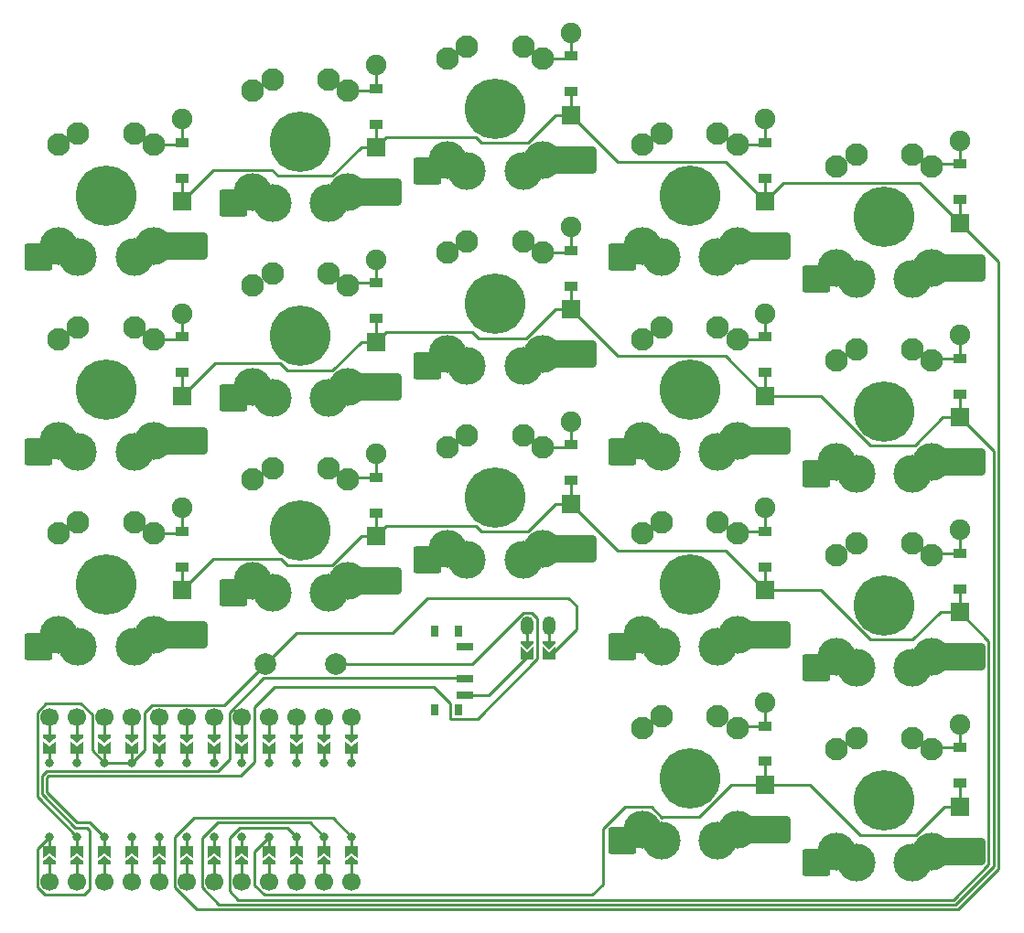
<source format=gbr>
%TF.GenerationSoftware,KiCad,Pcbnew,8.0.4*%
%TF.CreationDate,2024-08-16T23:13:00+08:00*%
%TF.ProjectId,board,626f6172-642e-46b6-9963-61645f706362,v1.0.0*%
%TF.SameCoordinates,Original*%
%TF.FileFunction,Copper,L1,Top*%
%TF.FilePolarity,Positive*%
%FSLAX46Y46*%
G04 Gerber Fmt 4.6, Leading zero omitted, Abs format (unit mm)*
G04 Created by KiCad (PCBNEW 8.0.4) date 2024-08-16 23:13:00*
%MOMM*%
%LPD*%
G01*
G04 APERTURE LIST*
G04 Aperture macros list*
%AMRoundRect*
0 Rectangle with rounded corners*
0 $1 Rounding radius*
0 $2 $3 $4 $5 $6 $7 $8 $9 X,Y pos of 4 corners*
0 Add a 4 corners polygon primitive as box body*
4,1,4,$2,$3,$4,$5,$6,$7,$8,$9,$2,$3,0*
0 Add four circle primitives for the rounded corners*
1,1,$1+$1,$2,$3*
1,1,$1+$1,$4,$5*
1,1,$1+$1,$6,$7*
1,1,$1+$1,$8,$9*
0 Add four rect primitives between the rounded corners*
20,1,$1+$1,$2,$3,$4,$5,0*
20,1,$1+$1,$4,$5,$6,$7,0*
20,1,$1+$1,$6,$7,$8,$9,0*
20,1,$1+$1,$8,$9,$2,$3,0*%
%AMFreePoly0*
4,1,6,0.250000,0.000000,-0.250000,-0.625000,-0.500000,-0.625000,-0.500000,0.625000,-0.250000,0.625000,0.250000,0.000000,0.250000,0.000000,$1*%
%AMFreePoly1*
4,1,6,0.500000,-0.625000,-0.650000,-0.625000,-0.150000,0.000000,-0.650000,0.625000,0.500000,0.625000,0.500000,-0.625000,0.500000,-0.625000,$1*%
%AMFreePoly2*
4,1,6,0.600000,-1.000000,0.000000,-0.400000,-0.600000,-1.000000,-0.600000,0.250000,0.600000,0.250000,0.600000,-1.000000,0.600000,-1.000000,$1*%
%AMFreePoly3*
4,1,6,0.600000,-0.200000,0.600000,-0.400000,-0.600000,-0.400000,-0.600000,-0.200000,0.000000,0.400000,0.600000,-0.200000,0.600000,-0.200000,$1*%
G04 Aperture macros list end*
%TA.AperFunction,SMDPad,CuDef*%
%ADD10R,0.800000X1.000000*%
%TD*%
%TA.AperFunction,SMDPad,CuDef*%
%ADD11R,1.500000X0.700000*%
%TD*%
%TA.AperFunction,ComponentPad*%
%ADD12C,2.000000*%
%TD*%
%TA.AperFunction,SMDPad,CuDef*%
%ADD13FreePoly0,270.000000*%
%TD*%
%TA.AperFunction,ComponentPad*%
%ADD14C,1.700000*%
%TD*%
%TA.AperFunction,SMDPad,CuDef*%
%ADD15FreePoly0,90.000000*%
%TD*%
%TA.AperFunction,ComponentPad*%
%ADD16C,0.800000*%
%TD*%
%TA.AperFunction,SMDPad,CuDef*%
%ADD17FreePoly1,270.000000*%
%TD*%
%TA.AperFunction,SMDPad,CuDef*%
%ADD18FreePoly1,90.000000*%
%TD*%
%TA.AperFunction,SMDPad,CuDef*%
%ADD19FreePoly2,180.000000*%
%TD*%
%TA.AperFunction,ComponentPad*%
%ADD20O,1.200000X1.750000*%
%TD*%
%TA.AperFunction,SMDPad,CuDef*%
%ADD21FreePoly3,180.000000*%
%TD*%
%TA.AperFunction,ComponentPad*%
%ADD22R,1.778000X1.778000*%
%TD*%
%TA.AperFunction,SMDPad,CuDef*%
%ADD23R,1.200000X0.900000*%
%TD*%
%TA.AperFunction,ComponentPad*%
%ADD24C,1.905000*%
%TD*%
%TA.AperFunction,ComponentPad*%
%ADD25C,3.500000*%
%TD*%
%TA.AperFunction,ComponentPad*%
%ADD26C,5.600000*%
%TD*%
%TA.AperFunction,SMDPad,CuDef*%
%ADD27RoundRect,0.250000X-1.050000X-1.000000X1.050000X-1.000000X1.050000X1.000000X-1.050000X1.000000X0*%
%TD*%
%TA.AperFunction,ComponentPad*%
%ADD28C,2.100000*%
%TD*%
%TA.AperFunction,SMDPad,CuDef*%
%ADD29RoundRect,0.250000X-1.750000X-1.000000X1.750000X-1.000000X1.750000X1.000000X-1.750000X1.000000X0*%
%TD*%
%TA.AperFunction,Conductor*%
%ADD30C,0.250000*%
%TD*%
G04 APERTURE END LIST*
D10*
%TO.P,PWR1,*%
%TO.N,*%
X207585000Y-168650000D03*
X207585000Y-161350000D03*
X205375000Y-168650000D03*
X205375000Y-161350000D03*
D11*
%TO.P,PWR1,1*%
%TO.N,N/C*%
X208235000Y-162750000D03*
%TO.P,PWR1,2*%
%TO.N,RAW*%
X208235000Y-165750000D03*
%TO.P,PWR1,3*%
%TO.N,BAT_P*%
X208235000Y-167250000D03*
%TD*%
D12*
%TO.P,RST1,1*%
%TO.N,RST*%
X196250000Y-164350000D03*
%TO.P,RST1,2*%
%TO.N,GND*%
X189750000Y-164350000D03*
%TD*%
D13*
%TO.P,MCU1,1*%
%TO.N,MCU1_1*%
X169800000Y-171450000D03*
D14*
X169800000Y-169330000D03*
D13*
%TO.P,MCU1,2*%
%TO.N,MCU1_2*%
X172340000Y-171450000D03*
D14*
X172340000Y-169330000D03*
D13*
%TO.P,MCU1,3*%
%TO.N,MCU1_3*%
X174880000Y-171450000D03*
D14*
X174880000Y-169330000D03*
D13*
%TO.P,MCU1,4*%
%TO.N,MCU1_4*%
X177420000Y-171450000D03*
D14*
X177420000Y-169330000D03*
D13*
%TO.P,MCU1,5*%
%TO.N,MCU1_5*%
X179960000Y-171450000D03*
D14*
X179960000Y-169330000D03*
D13*
%TO.P,MCU1,6*%
%TO.N,MCU1_6*%
X182500000Y-171450000D03*
D14*
X182500000Y-169330000D03*
D13*
%TO.P,MCU1,7*%
%TO.N,MCU1_7*%
X185040000Y-171450000D03*
D14*
X185040000Y-169330000D03*
D13*
%TO.P,MCU1,8*%
%TO.N,MCU1_8*%
X187580000Y-171450000D03*
D14*
X187580000Y-169330000D03*
D13*
%TO.P,MCU1,9*%
%TO.N,MCU1_9*%
X190120000Y-171450000D03*
D14*
X190120000Y-169330000D03*
D13*
%TO.P,MCU1,10*%
%TO.N,MCU1_10*%
X192660000Y-171450000D03*
D14*
X192660000Y-169330000D03*
D13*
%TO.P,MCU1,11*%
%TO.N,MCU1_11*%
X195200000Y-171450000D03*
D14*
X195200000Y-169330000D03*
D13*
%TO.P,MCU1,12*%
%TO.N,MCU1_12*%
X197740000Y-171450000D03*
D14*
X197740000Y-169330000D03*
%TO.P,MCU1,13*%
%TO.N,MCU1_13*%
X197740000Y-184570000D03*
D15*
X197740000Y-182450000D03*
D14*
%TO.P,MCU1,14*%
%TO.N,MCU1_14*%
X195200000Y-184570000D03*
D15*
X195200000Y-182450000D03*
D14*
%TO.P,MCU1,15*%
%TO.N,MCU1_15*%
X192660000Y-184570000D03*
D15*
X192660000Y-182450000D03*
D14*
%TO.P,MCU1,16*%
%TO.N,MCU1_16*%
X190120000Y-184570000D03*
D15*
X190120000Y-182450000D03*
D14*
%TO.P,MCU1,17*%
%TO.N,MCU1_17*%
X187580000Y-184570000D03*
D15*
X187580000Y-182450000D03*
D14*
%TO.P,MCU1,18*%
%TO.N,MCU1_18*%
X185040000Y-184570000D03*
D15*
X185040000Y-182450000D03*
D14*
%TO.P,MCU1,19*%
%TO.N,MCU1_19*%
X182500000Y-184570000D03*
D15*
X182500000Y-182450000D03*
D14*
%TO.P,MCU1,20*%
%TO.N,MCU1_20*%
X179960000Y-184570000D03*
D15*
X179960000Y-182450000D03*
D14*
%TO.P,MCU1,21*%
%TO.N,MCU1_21*%
X177420000Y-184570000D03*
D15*
X177420000Y-182450000D03*
D14*
%TO.P,MCU1,22*%
%TO.N,MCU1_22*%
X174880000Y-184570000D03*
D15*
X174880000Y-182450000D03*
D14*
%TO.P,MCU1,23*%
%TO.N,MCU1_23*%
X172340000Y-184570000D03*
D15*
X172340000Y-182450000D03*
D14*
%TO.P,MCU1,24*%
%TO.N,MCU1_24*%
X169800000Y-184570000D03*
D15*
X169800000Y-182450000D03*
D16*
%TO.P,MCU1,101*%
%TO.N,P1*%
X169800000Y-173550000D03*
D17*
X169800000Y-172175000D03*
D16*
%TO.P,MCU1,102*%
%TO.N,P0*%
X172340000Y-173550000D03*
D17*
X172340000Y-172175000D03*
D16*
%TO.P,MCU1,103*%
%TO.N,GND*%
X174880000Y-173550000D03*
D17*
X174880000Y-172175000D03*
D16*
%TO.P,MCU1,104*%
X177420000Y-173550000D03*
D17*
X177420000Y-172175000D03*
D16*
%TO.P,MCU1,105*%
%TO.N,P2*%
X179960000Y-173550000D03*
D17*
X179960000Y-172175000D03*
D16*
%TO.P,MCU1,106*%
%TO.N,P3*%
X182500000Y-173550000D03*
D17*
X182500000Y-172175000D03*
D16*
%TO.P,MCU1,107*%
%TO.N,P4*%
X185040000Y-173550000D03*
D17*
X185040000Y-172175000D03*
D16*
%TO.P,MCU1,108*%
%TO.N,P5*%
X187580000Y-173550000D03*
D17*
X187580000Y-172175000D03*
D16*
%TO.P,MCU1,109*%
%TO.N,P6*%
X190120000Y-173550000D03*
D17*
X190120000Y-172175000D03*
D16*
%TO.P,MCU1,110*%
%TO.N,P7*%
X192660000Y-173550000D03*
D17*
X192660000Y-172175000D03*
D16*
%TO.P,MCU1,111*%
%TO.N,P8*%
X195200000Y-173550000D03*
D17*
X195200000Y-172175000D03*
D16*
%TO.P,MCU1,112*%
%TO.N,P9*%
X197740000Y-173550000D03*
D17*
X197740000Y-172175000D03*
D18*
%TO.P,MCU1,113*%
%TO.N,P10*%
X197740000Y-181725000D03*
D16*
X197740000Y-180350000D03*
D18*
%TO.P,MCU1,114*%
%TO.N,P16*%
X195200000Y-181725000D03*
D16*
X195200000Y-180350000D03*
D18*
%TO.P,MCU1,115*%
%TO.N,P14*%
X192660000Y-181725000D03*
D16*
X192660000Y-180350000D03*
D18*
%TO.P,MCU1,116*%
%TO.N,P15*%
X190120000Y-181725000D03*
D16*
X190120000Y-180350000D03*
D18*
%TO.P,MCU1,117*%
%TO.N,P18*%
X187580000Y-181725000D03*
D16*
X187580000Y-180350000D03*
D18*
%TO.P,MCU1,118*%
%TO.N,P19*%
X185040000Y-181725000D03*
D16*
X185040000Y-180350000D03*
D18*
%TO.P,MCU1,119*%
%TO.N,P20*%
X182500000Y-181725000D03*
D16*
X182500000Y-180350000D03*
D18*
%TO.P,MCU1,120*%
%TO.N,P21*%
X179960000Y-181725000D03*
D16*
X179960000Y-180350000D03*
D18*
%TO.P,MCU1,121*%
%TO.N,VCC*%
X177420000Y-181725000D03*
D16*
X177420000Y-180350000D03*
D18*
%TO.P,MCU1,122*%
%TO.N,RST*%
X174880000Y-181725000D03*
D16*
X174880000Y-180350000D03*
D18*
%TO.P,MCU1,123*%
%TO.N,GND*%
X172340000Y-181725000D03*
D16*
X172340000Y-180350000D03*
D18*
%TO.P,MCU1,124*%
%TO.N,RAW*%
X169800000Y-181725000D03*
D16*
X169800000Y-180350000D03*
%TD*%
D19*
%TO.P,JST1,1*%
%TO.N,BAT_P*%
X214000000Y-163666000D03*
%TO.P,JST1,2*%
%TO.N,GND*%
X216000000Y-163666000D03*
D20*
%TO.P,JST1,11*%
%TO.N,JST1_1*%
X214000000Y-160850000D03*
%TO.P,JST1,12*%
%TO.N,JST1_2*%
X216000000Y-160850000D03*
D21*
%TO.P,JST1,21*%
%TO.N,JST1_1*%
X214000000Y-162650000D03*
%TO.P,JST1,22*%
%TO.N,JST1_2*%
X216000000Y-162650000D03*
%TD*%
D22*
%TO.P,D8,1*%
%TO.N,P16*%
X218000000Y-131560000D03*
D23*
X218000000Y-129400000D03*
%TO.P,D8,2*%
%TO.N,middle_home*%
X218000000Y-126100000D03*
D24*
X218000000Y-123940000D03*
%TD*%
D22*
%TO.P,D13,1*%
%TO.N,P10*%
X236000000Y-121560000D03*
D23*
X236000000Y-119400000D03*
%TO.P,D13,2*%
%TO.N,index_top*%
X236000000Y-116100000D03*
D24*
X236000000Y-113940000D03*
%TD*%
D25*
%TO.P,S12,*%
%TO.N,P5*%
X226400000Y-144750000D03*
D26*
%TO.N,*%
X229000000Y-139000000D03*
D25*
%TO.N,index_home*%
X231600000Y-144750000D03*
D27*
%TO.P,S12,1*%
%TO.N,P5*%
X222750000Y-144750000D03*
D28*
X224600000Y-134300000D03*
D25*
X224600000Y-143700000D03*
D28*
X226400000Y-133250000D03*
%TO.P,S12,2*%
%TO.N,index_home*%
X231600000Y-133250000D03*
X233400000Y-134300000D03*
D25*
X233400000Y-143700000D03*
D29*
X236350000Y-143700000D03*
%TD*%
D25*
%TO.P,S14,*%
%TO.N,P6*%
X244400000Y-182750000D03*
D26*
%TO.N,*%
X247000000Y-177000000D03*
D25*
%TO.N,inner_thumb*%
X249600000Y-182750000D03*
D27*
%TO.P,S14,1*%
%TO.N,P6*%
X240750000Y-182750000D03*
D28*
X242600000Y-172300000D03*
D25*
X242600000Y-181700000D03*
D28*
X244400000Y-171250000D03*
%TO.P,S14,2*%
%TO.N,inner_thumb*%
X249600000Y-171250000D03*
X251400000Y-172300000D03*
D25*
X251400000Y-181700000D03*
D29*
X254350000Y-181700000D03*
%TD*%
D25*
%TO.P,S15,*%
%TO.N,P6*%
X244400000Y-164750000D03*
D26*
%TO.N,*%
X247000000Y-159000000D03*
D25*
%TO.N,inner_bottom*%
X249600000Y-164750000D03*
D27*
%TO.P,S15,1*%
%TO.N,P6*%
X240750000Y-164750000D03*
D28*
X242600000Y-154300000D03*
D25*
X242600000Y-163700000D03*
D28*
X244400000Y-153250000D03*
%TO.P,S15,2*%
%TO.N,inner_bottom*%
X249600000Y-153250000D03*
X251400000Y-154300000D03*
D25*
X251400000Y-163700000D03*
D29*
X254350000Y-163700000D03*
%TD*%
D22*
%TO.P,D16,1*%
%TO.N,P16*%
X254000000Y-141560000D03*
D23*
X254000000Y-139400000D03*
%TO.P,D16,2*%
%TO.N,inner_home*%
X254000000Y-136100000D03*
D24*
X254000000Y-133940000D03*
%TD*%
D25*
%TO.P,S8,*%
%TO.N,P4*%
X208400000Y-136750000D03*
D26*
%TO.N,*%
X211000000Y-131000000D03*
D25*
%TO.N,middle_home*%
X213600000Y-136750000D03*
D27*
%TO.P,S8,1*%
%TO.N,P4*%
X204750000Y-136750000D03*
D28*
X206600000Y-126300000D03*
D25*
X206600000Y-135700000D03*
D28*
X208400000Y-125250000D03*
%TO.P,S8,2*%
%TO.N,middle_home*%
X213600000Y-125250000D03*
X215400000Y-126300000D03*
D25*
X215400000Y-135700000D03*
D29*
X218350000Y-135700000D03*
%TD*%
D25*
%TO.P,S17,*%
%TO.N,P6*%
X244400000Y-128750000D03*
D26*
%TO.N,*%
X247000000Y-123000000D03*
D25*
%TO.N,inner_top*%
X249600000Y-128750000D03*
D27*
%TO.P,S17,1*%
%TO.N,P6*%
X240750000Y-128750000D03*
D28*
X242600000Y-118300000D03*
D25*
X242600000Y-127700000D03*
D28*
X244400000Y-117250000D03*
%TO.P,S17,2*%
%TO.N,inner_top*%
X249600000Y-117250000D03*
X251400000Y-118300000D03*
D25*
X251400000Y-127700000D03*
D29*
X254350000Y-127700000D03*
%TD*%
D22*
%TO.P,D11,1*%
%TO.N,P14*%
X236000000Y-157560000D03*
D23*
X236000000Y-155400000D03*
%TO.P,D11,2*%
%TO.N,index_bottom*%
X236000000Y-152100000D03*
D24*
X236000000Y-149940000D03*
%TD*%
D25*
%TO.P,S5,*%
%TO.N,P3*%
X190400000Y-139750000D03*
D26*
%TO.N,*%
X193000000Y-134000000D03*
D25*
%TO.N,ring_home*%
X195600000Y-139750000D03*
D27*
%TO.P,S5,1*%
%TO.N,P3*%
X186750000Y-139750000D03*
D28*
X188600000Y-129300000D03*
D25*
X188600000Y-138700000D03*
D28*
X190400000Y-128250000D03*
%TO.P,S5,2*%
%TO.N,ring_home*%
X195600000Y-128250000D03*
X197400000Y-129300000D03*
D25*
X197400000Y-138700000D03*
D29*
X200350000Y-138700000D03*
%TD*%
D25*
%TO.P,S9,*%
%TO.N,P4*%
X208400000Y-118750000D03*
D26*
%TO.N,*%
X211000000Y-113000000D03*
D25*
%TO.N,middle_top*%
X213600000Y-118750000D03*
D27*
%TO.P,S9,1*%
%TO.N,P4*%
X204750000Y-118750000D03*
D28*
X206600000Y-108300000D03*
D25*
X206600000Y-117700000D03*
D28*
X208400000Y-107250000D03*
%TO.P,S9,2*%
%TO.N,middle_top*%
X213600000Y-107250000D03*
X215400000Y-108300000D03*
D25*
X215400000Y-117700000D03*
D29*
X218350000Y-117700000D03*
%TD*%
D22*
%TO.P,D12,1*%
%TO.N,P16*%
X236000000Y-139560000D03*
D23*
X236000000Y-137400000D03*
%TO.P,D12,2*%
%TO.N,index_home*%
X236000000Y-134100000D03*
D24*
X236000000Y-131940000D03*
%TD*%
D22*
%TO.P,D2,1*%
%TO.N,P16*%
X182000000Y-139560000D03*
D23*
X182000000Y-137400000D03*
%TO.P,D2,2*%
%TO.N,pinky_home*%
X182000000Y-134100000D03*
D24*
X182000000Y-131940000D03*
%TD*%
D22*
%TO.P,D7,1*%
%TO.N,P14*%
X218000000Y-149560000D03*
D23*
X218000000Y-147400000D03*
%TO.P,D7,2*%
%TO.N,middle_bottom*%
X218000000Y-144100000D03*
D24*
X218000000Y-141940000D03*
%TD*%
D25*
%TO.P,S3,*%
%TO.N,P2*%
X172400000Y-126750000D03*
D26*
%TO.N,*%
X175000000Y-121000000D03*
D25*
%TO.N,pinky_top*%
X177600000Y-126750000D03*
D27*
%TO.P,S3,1*%
%TO.N,P2*%
X168750000Y-126750000D03*
D28*
X170600000Y-116300000D03*
D25*
X170600000Y-125700000D03*
D28*
X172400000Y-115250000D03*
%TO.P,S3,2*%
%TO.N,pinky_top*%
X177600000Y-115250000D03*
X179400000Y-116300000D03*
D25*
X179400000Y-125700000D03*
D29*
X182350000Y-125700000D03*
%TD*%
D22*
%TO.P,D17,1*%
%TO.N,P10*%
X254000000Y-123560000D03*
D23*
X254000000Y-121400000D03*
%TO.P,D17,2*%
%TO.N,inner_top*%
X254000000Y-118100000D03*
D24*
X254000000Y-115940000D03*
%TD*%
D22*
%TO.P,D4,1*%
%TO.N,P14*%
X200000000Y-152560000D03*
D23*
X200000000Y-150400000D03*
%TO.P,D4,2*%
%TO.N,ring_bottom*%
X200000000Y-147100000D03*
D24*
X200000000Y-144940000D03*
%TD*%
D22*
%TO.P,D1,1*%
%TO.N,P14*%
X182000000Y-157560000D03*
D23*
X182000000Y-155400000D03*
%TO.P,D1,2*%
%TO.N,pinky_bottom*%
X182000000Y-152100000D03*
D24*
X182000000Y-149940000D03*
%TD*%
D22*
%TO.P,D9,1*%
%TO.N,P10*%
X218000000Y-113560000D03*
D23*
X218000000Y-111400000D03*
%TO.P,D9,2*%
%TO.N,middle_top*%
X218000000Y-108100000D03*
D24*
X218000000Y-105940000D03*
%TD*%
D25*
%TO.P,S2,*%
%TO.N,P2*%
X172400000Y-144750000D03*
D26*
%TO.N,*%
X175000000Y-139000000D03*
D25*
%TO.N,pinky_home*%
X177600000Y-144750000D03*
D27*
%TO.P,S2,1*%
%TO.N,P2*%
X168750000Y-144750000D03*
D28*
X170600000Y-134300000D03*
D25*
X170600000Y-143700000D03*
D28*
X172400000Y-133250000D03*
%TO.P,S2,2*%
%TO.N,pinky_home*%
X177600000Y-133250000D03*
X179400000Y-134300000D03*
D25*
X179400000Y-143700000D03*
D29*
X182350000Y-143700000D03*
%TD*%
D22*
%TO.P,D3,1*%
%TO.N,P10*%
X182000000Y-121560000D03*
D23*
X182000000Y-119400000D03*
%TO.P,D3,2*%
%TO.N,pinky_top*%
X182000000Y-116100000D03*
D24*
X182000000Y-113940000D03*
%TD*%
D22*
%TO.P,D6,1*%
%TO.N,P10*%
X200000000Y-116560000D03*
D23*
X200000000Y-114400000D03*
%TO.P,D6,2*%
%TO.N,ring_top*%
X200000000Y-111100000D03*
D24*
X200000000Y-108940000D03*
%TD*%
D25*
%TO.P,S13,*%
%TO.N,P5*%
X226400000Y-126750000D03*
D26*
%TO.N,*%
X229000000Y-121000000D03*
D25*
%TO.N,index_top*%
X231600000Y-126750000D03*
D27*
%TO.P,S13,1*%
%TO.N,P5*%
X222750000Y-126750000D03*
D28*
X224600000Y-116300000D03*
D25*
X224600000Y-125700000D03*
D28*
X226400000Y-115250000D03*
%TO.P,S13,2*%
%TO.N,index_top*%
X231600000Y-115250000D03*
X233400000Y-116300000D03*
D25*
X233400000Y-125700000D03*
D29*
X236350000Y-125700000D03*
%TD*%
D22*
%TO.P,D10,1*%
%TO.N,P15*%
X236000000Y-175560000D03*
D23*
X236000000Y-173400000D03*
%TO.P,D10,2*%
%TO.N,index_thumb*%
X236000000Y-170100000D03*
D24*
X236000000Y-167940000D03*
%TD*%
D25*
%TO.P,S10,*%
%TO.N,P5*%
X226400000Y-180750000D03*
D26*
%TO.N,*%
X229000000Y-175000000D03*
D25*
%TO.N,index_thumb*%
X231600000Y-180750000D03*
D27*
%TO.P,S10,1*%
%TO.N,P5*%
X222750000Y-180750000D03*
D28*
X224600000Y-170300000D03*
D25*
X224600000Y-179700000D03*
D28*
X226400000Y-169250000D03*
%TO.P,S10,2*%
%TO.N,index_thumb*%
X231600000Y-169250000D03*
X233400000Y-170300000D03*
D25*
X233400000Y-179700000D03*
D29*
X236350000Y-179700000D03*
%TD*%
D25*
%TO.P,S11,*%
%TO.N,P5*%
X226400000Y-162750000D03*
D26*
%TO.N,*%
X229000000Y-157000000D03*
D25*
%TO.N,index_bottom*%
X231600000Y-162750000D03*
D27*
%TO.P,S11,1*%
%TO.N,P5*%
X222750000Y-162750000D03*
D28*
X224600000Y-152300000D03*
D25*
X224600000Y-161700000D03*
D28*
X226400000Y-151250000D03*
%TO.P,S11,2*%
%TO.N,index_bottom*%
X231600000Y-151250000D03*
X233400000Y-152300000D03*
D25*
X233400000Y-161700000D03*
D29*
X236350000Y-161700000D03*
%TD*%
D25*
%TO.P,S16,*%
%TO.N,P6*%
X244400000Y-146750000D03*
D26*
%TO.N,*%
X247000000Y-141000000D03*
D25*
%TO.N,inner_home*%
X249600000Y-146750000D03*
D27*
%TO.P,S16,1*%
%TO.N,P6*%
X240750000Y-146750000D03*
D28*
X242600000Y-136300000D03*
D25*
X242600000Y-145700000D03*
D28*
X244400000Y-135250000D03*
%TO.P,S16,2*%
%TO.N,inner_home*%
X249600000Y-135250000D03*
X251400000Y-136300000D03*
D25*
X251400000Y-145700000D03*
D29*
X254350000Y-145700000D03*
%TD*%
D25*
%TO.P,S4,*%
%TO.N,P3*%
X190400000Y-157750000D03*
D26*
%TO.N,*%
X193000000Y-152000000D03*
D25*
%TO.N,ring_bottom*%
X195600000Y-157750000D03*
D27*
%TO.P,S4,1*%
%TO.N,P3*%
X186750000Y-157750000D03*
D28*
X188600000Y-147300000D03*
D25*
X188600000Y-156700000D03*
D28*
X190400000Y-146250000D03*
%TO.P,S4,2*%
%TO.N,ring_bottom*%
X195600000Y-146250000D03*
X197400000Y-147300000D03*
D25*
X197400000Y-156700000D03*
D29*
X200350000Y-156700000D03*
%TD*%
D22*
%TO.P,D14,1*%
%TO.N,P15*%
X254000000Y-177560000D03*
D23*
X254000000Y-175400000D03*
%TO.P,D14,2*%
%TO.N,inner_thumb*%
X254000000Y-172100000D03*
D24*
X254000000Y-169940000D03*
%TD*%
D25*
%TO.P,S7,*%
%TO.N,P4*%
X208400000Y-154750000D03*
D26*
%TO.N,*%
X211000000Y-149000000D03*
D25*
%TO.N,middle_bottom*%
X213600000Y-154750000D03*
D27*
%TO.P,S7,1*%
%TO.N,P4*%
X204750000Y-154750000D03*
D28*
X206600000Y-144300000D03*
D25*
X206600000Y-153700000D03*
D28*
X208400000Y-143250000D03*
%TO.P,S7,2*%
%TO.N,middle_bottom*%
X213600000Y-143250000D03*
X215400000Y-144300000D03*
D25*
X215400000Y-153700000D03*
D29*
X218350000Y-153700000D03*
%TD*%
D22*
%TO.P,D15,1*%
%TO.N,P14*%
X254000000Y-159560000D03*
D23*
X254000000Y-157400000D03*
%TO.P,D15,2*%
%TO.N,inner_bottom*%
X254000000Y-154100000D03*
D24*
X254000000Y-151940000D03*
%TD*%
D25*
%TO.P,S6,*%
%TO.N,P3*%
X190400000Y-121750000D03*
D26*
%TO.N,*%
X193000000Y-116000000D03*
D25*
%TO.N,ring_top*%
X195600000Y-121750000D03*
D27*
%TO.P,S6,1*%
%TO.N,P3*%
X186750000Y-121750000D03*
D28*
X188600000Y-111300000D03*
D25*
X188600000Y-120700000D03*
D28*
X190400000Y-110250000D03*
%TO.P,S6,2*%
%TO.N,ring_top*%
X195600000Y-110250000D03*
X197400000Y-111300000D03*
D25*
X197400000Y-120700000D03*
D29*
X200350000Y-120700000D03*
%TD*%
D22*
%TO.P,D5,1*%
%TO.N,P16*%
X200000000Y-134560000D03*
D23*
X200000000Y-132400000D03*
%TO.P,D5,2*%
%TO.N,ring_home*%
X200000000Y-129100000D03*
D24*
X200000000Y-126940000D03*
%TD*%
D25*
%TO.P,S1,*%
%TO.N,P2*%
X172400000Y-162750000D03*
D26*
%TO.N,*%
X175000000Y-157000000D03*
D25*
%TO.N,pinky_bottom*%
X177600000Y-162750000D03*
D27*
%TO.P,S1,1*%
%TO.N,P2*%
X168750000Y-162750000D03*
D28*
X170600000Y-152300000D03*
D25*
X170600000Y-161700000D03*
D28*
X172400000Y-151250000D03*
%TO.P,S1,2*%
%TO.N,pinky_bottom*%
X177600000Y-151250000D03*
X179400000Y-152300000D03*
D25*
X179400000Y-161700000D03*
D29*
X182350000Y-161700000D03*
%TD*%
D30*
%TO.N,RST*%
X196250000Y-164350000D02*
X208916852Y-164350000D01*
X214925000Y-163916270D02*
X209366270Y-169475000D01*
X206860000Y-169475000D02*
X206860000Y-168051726D01*
X206860000Y-168051726D02*
X205308274Y-166500000D01*
X169525000Y-176262208D02*
X172262792Y-179000000D01*
X208916852Y-164350000D02*
X213616852Y-159650000D01*
X214383148Y-159650000D02*
X214925000Y-160191852D01*
X169525000Y-174861396D02*
X169525000Y-176262208D01*
X190625000Y-166500000D02*
X188755000Y-168370000D01*
X214925000Y-160191852D02*
X214925000Y-163916270D01*
X209366270Y-169475000D02*
X206860000Y-169475000D01*
X213616852Y-159650000D02*
X214383148Y-159650000D01*
X188755000Y-169816701D02*
X188750000Y-169821701D01*
X205308274Y-166500000D02*
X190625000Y-166500000D01*
X188755000Y-168370000D02*
X188755000Y-169816701D01*
X188750000Y-173405305D02*
X187430305Y-174725000D01*
X188750000Y-169821701D02*
X188750000Y-173405305D01*
X187430305Y-174725000D02*
X169661396Y-174725000D01*
X169661396Y-174725000D02*
X169525000Y-174861396D01*
X172262792Y-179000000D02*
X173530000Y-179000000D01*
X173530000Y-179000000D02*
X174880000Y-180350000D01*
%TO.N,P15*%
X229919418Y-178500000D02*
X226500000Y-178500000D01*
X232859418Y-175560000D02*
X229919418Y-178500000D01*
X223004900Y-177625000D02*
X221000000Y-179629900D01*
X188755000Y-181715000D02*
X190120000Y-180350000D01*
X226500000Y-178500000D02*
X226417247Y-178582753D01*
X226417247Y-178582753D02*
X225459494Y-177625000D01*
X225459494Y-177625000D02*
X223004900Y-177625000D01*
X221000000Y-184750000D02*
X220005000Y-185745000D01*
X221000000Y-179629900D02*
X221000000Y-184750000D01*
X236000000Y-175560000D02*
X232859418Y-175560000D01*
X188755000Y-184866701D02*
X188755000Y-181715000D01*
X220005000Y-185745000D02*
X189633299Y-185745000D01*
X189633299Y-185745000D02*
X188755000Y-184866701D01*
%TO.N,P2*%
X179960000Y-172175000D02*
X179960000Y-173550000D01*
%TO.N,pinky_bottom*%
X179400000Y-152300000D02*
X181800000Y-152300000D01*
X182000000Y-152100000D02*
X182000000Y-149940000D01*
X181800000Y-152300000D02*
X182000000Y-152100000D01*
%TO.N,GND*%
X168625000Y-176635000D02*
X172340000Y-180350000D01*
X177420000Y-172175000D02*
X177420000Y-173550000D01*
X174880000Y-172175000D02*
X174880000Y-173550000D01*
X179283299Y-168155000D02*
X178595000Y-168843299D01*
X178595000Y-172375000D02*
X177420000Y-173550000D01*
X169468299Y-168000000D02*
X168625000Y-168843299D01*
X189750000Y-164350000D02*
X185945000Y-168155000D01*
X177420000Y-173550000D02*
X174880000Y-173550000D01*
X185945000Y-168155000D02*
X179283299Y-168155000D01*
X173705000Y-172375000D02*
X173705000Y-169033299D01*
X168625000Y-168843299D02*
X168625000Y-176635000D01*
X204750000Y-158250000D02*
X201500000Y-161500000D01*
X172671701Y-168000000D02*
X169468299Y-168000000D01*
X178595000Y-168843299D02*
X178595000Y-172375000D01*
X218500000Y-161166000D02*
X218500000Y-159000000D01*
X172340000Y-181725000D02*
X172340000Y-180350000D01*
X192600000Y-161500000D02*
X189750000Y-164350000D01*
X217750000Y-158250000D02*
X204750000Y-158250000D01*
X201500000Y-161500000D02*
X192600000Y-161500000D01*
X174880000Y-173550000D02*
X173705000Y-172375000D01*
X216000000Y-163666000D02*
X218500000Y-161166000D01*
X173705000Y-169033299D02*
X172671701Y-168000000D01*
X218500000Y-159000000D02*
X217750000Y-158250000D01*
%TO.N,pinky_home*%
X181800000Y-134300000D02*
X182000000Y-134100000D01*
X182000000Y-131940000D02*
X182000000Y-134100000D01*
X179400000Y-134300000D02*
X181800000Y-134300000D01*
%TO.N,pinky_top*%
X181800000Y-116300000D02*
X182000000Y-116100000D01*
X182000000Y-113940000D02*
X182000000Y-116100000D01*
X179400000Y-116300000D02*
X181800000Y-116300000D01*
%TO.N,P3*%
X182500000Y-172175000D02*
X182500000Y-173550000D01*
%TO.N,ring_bottom*%
X200000000Y-147100000D02*
X197600000Y-147100000D01*
X197600000Y-147100000D02*
X197400000Y-147300000D01*
X200000000Y-144940000D02*
X200000000Y-147100000D01*
%TO.N,ring_home*%
X197600000Y-129100000D02*
X197400000Y-129300000D01*
X200000000Y-126940000D02*
X200000000Y-129100000D01*
X200000000Y-129100000D02*
X197600000Y-129100000D01*
%TO.N,ring_top*%
X200000000Y-108940000D02*
X200000000Y-111100000D01*
X197400000Y-111300000D02*
X199800000Y-111300000D01*
X199800000Y-111300000D02*
X200000000Y-111100000D01*
%TO.N,P4*%
X185040000Y-172175000D02*
X185040000Y-173550000D01*
%TO.N,middle_bottom*%
X218000000Y-144100000D02*
X218000000Y-141940000D01*
X217800000Y-144300000D02*
X218000000Y-144100000D01*
X215400000Y-144300000D02*
X217800000Y-144300000D01*
%TO.N,middle_home*%
X217800000Y-126300000D02*
X218000000Y-126100000D01*
X218000000Y-123940000D02*
X218000000Y-126100000D01*
X215400000Y-126300000D02*
X217800000Y-126300000D01*
%TO.N,middle_top*%
X218000000Y-108100000D02*
X218000000Y-105940000D01*
X215400000Y-108300000D02*
X217800000Y-108300000D01*
X217800000Y-108300000D02*
X218000000Y-108100000D01*
%TO.N,P5*%
X187580000Y-172175000D02*
X187580000Y-173550000D01*
%TO.N,index_thumb*%
X233600000Y-170100000D02*
X233400000Y-170300000D01*
X236000000Y-170100000D02*
X233600000Y-170100000D01*
X236000000Y-167940000D02*
X236000000Y-170100000D01*
%TO.N,index_bottom*%
X233600000Y-152100000D02*
X233400000Y-152300000D01*
X236000000Y-152100000D02*
X236000000Y-149940000D01*
X236000000Y-152100000D02*
X233600000Y-152100000D01*
%TO.N,index_home*%
X233400000Y-134300000D02*
X235800000Y-134300000D01*
X236000000Y-131940000D02*
X236000000Y-134100000D01*
X235800000Y-134300000D02*
X236000000Y-134100000D01*
%TO.N,index_top*%
X233400000Y-116300000D02*
X235800000Y-116300000D01*
X235800000Y-116300000D02*
X236000000Y-116100000D01*
X236000000Y-113940000D02*
X236000000Y-116100000D01*
%TO.N,P6*%
X190120000Y-172175000D02*
X190120000Y-173550000D01*
%TO.N,inner_thumb*%
X254000000Y-172100000D02*
X254000000Y-169940000D01*
X254000000Y-172100000D02*
X251600000Y-172100000D01*
X251600000Y-172100000D02*
X251400000Y-172300000D01*
%TO.N,inner_bottom*%
X251600000Y-154100000D02*
X251400000Y-154300000D01*
X254000000Y-154100000D02*
X254000000Y-151940000D01*
X254000000Y-154100000D02*
X251600000Y-154100000D01*
%TO.N,inner_home*%
X251600000Y-136100000D02*
X251400000Y-136300000D01*
X254000000Y-136100000D02*
X251600000Y-136100000D01*
X254000000Y-136100000D02*
X254000000Y-133940000D01*
%TO.N,inner_top*%
X254000000Y-118100000D02*
X251600000Y-118100000D01*
X254000000Y-118100000D02*
X254000000Y-115940000D01*
X251600000Y-118100000D02*
X251400000Y-118300000D01*
%TO.N,P14*%
X253425100Y-186195000D02*
X187194999Y-186195000D01*
X191810000Y-179500000D02*
X192660000Y-180350000D01*
X198605506Y-152560000D02*
X200000000Y-152560000D01*
X187404695Y-179500000D02*
X191810000Y-179500000D01*
X254000000Y-159560000D02*
X256675000Y-162235000D01*
X186405000Y-185405001D02*
X186405000Y-180499695D01*
X236000000Y-157560000D02*
X241140582Y-157560000D01*
X186405000Y-180499695D02*
X187404695Y-179500000D01*
X184935000Y-154625000D02*
X191205582Y-154625000D01*
X218000000Y-149560000D02*
X218000000Y-147400000D01*
X182000000Y-157560000D02*
X182000000Y-155400000D01*
X191788335Y-155207753D02*
X195957753Y-155207753D01*
X200000000Y-152560000D02*
X200935000Y-151625000D01*
X222315000Y-153875000D02*
X232315000Y-153875000D01*
X209705582Y-152125000D02*
X214040506Y-152125000D01*
X192660000Y-181725000D02*
X192660000Y-180350000D01*
X195957753Y-155207753D02*
X198605506Y-152560000D01*
X254000000Y-157400000D02*
X254000000Y-159560000D01*
X256675000Y-162235000D02*
X256675000Y-182945100D01*
X187194999Y-186195000D02*
X186405000Y-185405001D01*
X200935000Y-151625000D02*
X209205582Y-151625000D01*
X191205582Y-154625000D02*
X191788335Y-155207753D01*
X182000000Y-157560000D02*
X184935000Y-154625000D01*
X249625000Y-162125000D02*
X252190000Y-159560000D01*
X209205582Y-151625000D02*
X209705582Y-152125000D01*
X200000000Y-152560000D02*
X200000000Y-150400000D01*
X256675000Y-182945100D02*
X253425100Y-186195000D01*
X236000000Y-155400000D02*
X236000000Y-157560000D01*
X232315000Y-153875000D02*
X236000000Y-157560000D01*
X214040506Y-152125000D02*
X216605506Y-149560000D01*
X245705582Y-162125000D02*
X249625000Y-162125000D01*
X216605506Y-149560000D02*
X218000000Y-149560000D01*
X252190000Y-159560000D02*
X254000000Y-159560000D01*
X241140582Y-157560000D02*
X245705582Y-162125000D01*
X218000000Y-149560000D02*
X222315000Y-153875000D01*
%TO.N,P16*%
X232315000Y-135875000D02*
X236000000Y-139560000D01*
X198605506Y-134560000D02*
X200000000Y-134560000D01*
X200000000Y-132400000D02*
X200000000Y-134560000D01*
X182000000Y-139560000D02*
X185060000Y-136500000D01*
X193900000Y-179050000D02*
X195200000Y-180350000D01*
X200000000Y-134560000D02*
X200935000Y-133625000D01*
X222315000Y-135875000D02*
X232315000Y-135875000D01*
X241140582Y-139560000D02*
X245705582Y-144125000D01*
X191788335Y-137207753D02*
X195957753Y-137207753D01*
X208875000Y-133625000D02*
X209500000Y-134250000D01*
X182000000Y-139560000D02*
X182000000Y-137400000D01*
X245705582Y-144125000D02*
X249875000Y-144125000D01*
X216605506Y-131560000D02*
X218000000Y-131560000D01*
X218000000Y-131560000D02*
X222315000Y-135875000D01*
X185060000Y-136500000D02*
X191080582Y-136500000D01*
X252440000Y-141560000D02*
X254000000Y-141560000D01*
X195957753Y-137207753D02*
X198605506Y-134560000D01*
X209500000Y-134250000D02*
X213915506Y-134250000D01*
X236000000Y-137400000D02*
X236000000Y-139560000D01*
X218000000Y-131560000D02*
X218000000Y-129400000D01*
X191080582Y-136500000D02*
X191788335Y-137207753D01*
X213915506Y-134250000D02*
X216605506Y-131560000D01*
X185314695Y-179050000D02*
X193900000Y-179050000D01*
X183865000Y-185056701D02*
X183865000Y-180499695D01*
X183865000Y-180499695D02*
X185314695Y-179050000D01*
X195200000Y-181725000D02*
X195200000Y-180350000D01*
X254000000Y-141560000D02*
X257125000Y-144685000D01*
X257125000Y-144685000D02*
X257125000Y-183131496D01*
X257125000Y-183131496D02*
X253611496Y-186645000D01*
X200935000Y-133625000D02*
X208875000Y-133625000D01*
X236000000Y-139560000D02*
X241140582Y-139560000D01*
X254000000Y-139400000D02*
X254000000Y-141560000D01*
X253611496Y-186645000D02*
X185453299Y-186645000D01*
X185453299Y-186645000D02*
X183865000Y-185056701D01*
X249875000Y-144125000D02*
X252440000Y-141560000D01*
%TO.N,P10*%
X216605506Y-113560000D02*
X218000000Y-113560000D01*
X214040506Y-116125000D02*
X216605506Y-113560000D01*
X200000000Y-116560000D02*
X200000000Y-114400000D01*
X195990000Y-178600000D02*
X197740000Y-180350000D01*
X190957753Y-119207753D02*
X195957753Y-119207753D01*
X237685000Y-119875000D02*
X250315000Y-119875000D01*
X209205582Y-115625000D02*
X209705582Y-116125000D01*
X236000000Y-119400000D02*
X236000000Y-121560000D01*
X257575000Y-183317892D02*
X253797892Y-187095000D01*
X218000000Y-113560000D02*
X218000000Y-111400000D01*
X197740000Y-181725000D02*
X197740000Y-180350000D01*
X200000000Y-116560000D02*
X200935000Y-115625000D01*
X195957753Y-119207753D02*
X198605506Y-116560000D01*
X253797892Y-187095000D02*
X183363299Y-187095000D01*
X218000000Y-113560000D02*
X222315000Y-117875000D01*
X200935000Y-115625000D02*
X209205582Y-115625000D01*
X181325000Y-185056701D02*
X181325000Y-180425000D01*
X183363299Y-187095000D02*
X181325000Y-185056701D01*
X198605506Y-116560000D02*
X200000000Y-116560000D01*
X222315000Y-117875000D02*
X232315000Y-117875000D01*
X182000000Y-121560000D02*
X184935000Y-118625000D01*
X183150000Y-178600000D02*
X195990000Y-178600000D01*
X254000000Y-123560000D02*
X257575000Y-127135000D01*
X184935000Y-118625000D02*
X190375000Y-118625000D01*
X182000000Y-119400000D02*
X182000000Y-121560000D01*
X257575000Y-127135000D02*
X257575000Y-183317892D01*
X232315000Y-117875000D02*
X236000000Y-121560000D01*
X254000000Y-121400000D02*
X254000000Y-123560000D01*
X250315000Y-119875000D02*
X254000000Y-123560000D01*
X190375000Y-118625000D02*
X190957753Y-119207753D01*
X236000000Y-121560000D02*
X237685000Y-119875000D01*
X209705582Y-116125000D02*
X214040506Y-116125000D01*
X181325000Y-180425000D02*
X183150000Y-178600000D01*
%TO.N,P15*%
X236000000Y-175560000D02*
X236000000Y-173400000D01*
X249957753Y-180207753D02*
X252605506Y-177560000D01*
X244792247Y-180207753D02*
X249957753Y-180207753D01*
X254000000Y-177560000D02*
X254000000Y-175400000D01*
X240144494Y-175560000D02*
X244792247Y-180207753D01*
X236000000Y-175560000D02*
X240144494Y-175560000D01*
X252605506Y-177560000D02*
X254000000Y-177560000D01*
X190120000Y-181725000D02*
X190120000Y-180350000D01*
%TO.N,RAW*%
X185340305Y-174275000D02*
X175775000Y-174275000D01*
X173515000Y-179765000D02*
X173515000Y-185235000D01*
X186405000Y-173210305D02*
X185340305Y-174275000D01*
X168625000Y-185056701D02*
X168625000Y-181525000D01*
X175750000Y-174250000D02*
X175725000Y-174275000D01*
X189573299Y-165675000D02*
X186405000Y-168843299D01*
X175775000Y-174275000D02*
X175750000Y-174250000D01*
X169075000Y-176448604D02*
X172126396Y-179500000D01*
X169313299Y-185745000D02*
X168625000Y-185056701D01*
X173515000Y-185235000D02*
X173005000Y-185745000D01*
X208160000Y-165675000D02*
X189573299Y-165675000D01*
X175725000Y-174275000D02*
X169475000Y-174275000D01*
X186405000Y-168843299D02*
X186405000Y-173210305D01*
X173005000Y-185745000D02*
X169313299Y-185745000D01*
X169475000Y-174275000D02*
X169075000Y-174675000D01*
X172126396Y-179500000D02*
X173250000Y-179500000D01*
X173250000Y-179500000D02*
X173515000Y-179765000D01*
X169075000Y-174675000D02*
X169075000Y-176448604D01*
X169800000Y-181725000D02*
X169800000Y-180350000D01*
X168625000Y-181525000D02*
X169800000Y-180350000D01*
X208235000Y-165750000D02*
X208160000Y-165675000D01*
%TO.N,RST*%
X174880000Y-181725000D02*
X174880000Y-180350000D01*
%TO.N,VCC*%
X177420000Y-181725000D02*
X177420000Y-180350000D01*
%TO.N,P21*%
X179960000Y-181725000D02*
X179960000Y-180350000D01*
%TO.N,P20*%
X182500000Y-181725000D02*
X182500000Y-180350000D01*
%TO.N,P19*%
X185040000Y-181725000D02*
X185040000Y-180350000D01*
%TO.N,P18*%
X187580000Y-181725000D02*
X187580000Y-180350000D01*
%TO.N,P1*%
X169800000Y-172175000D02*
X169800000Y-173550000D01*
%TO.N,P0*%
X172340000Y-172175000D02*
X172340000Y-173550000D01*
%TO.N,P7*%
X192660000Y-172175000D02*
X192660000Y-173550000D01*
%TO.N,P8*%
X195200000Y-172175000D02*
X195200000Y-173550000D01*
%TO.N,P9*%
X197740000Y-172175000D02*
X197740000Y-173550000D01*
%TO.N,MCU1_24*%
X169800000Y-184570000D02*
X169800000Y-182450000D01*
%TO.N,MCU1_1*%
X169800000Y-171450000D02*
X169800000Y-169330000D01*
%TO.N,MCU1_23*%
X172340000Y-184570000D02*
X172340000Y-182450000D01*
%TO.N,MCU1_2*%
X172340000Y-171450000D02*
X172340000Y-169330000D01*
%TO.N,MCU1_22*%
X174880000Y-184570000D02*
X174880000Y-182450000D01*
%TO.N,MCU1_3*%
X174880000Y-171450000D02*
X174880000Y-169330000D01*
%TO.N,MCU1_21*%
X177420000Y-184570000D02*
X177420000Y-182450000D01*
%TO.N,MCU1_4*%
X177420000Y-171450000D02*
X177420000Y-169330000D01*
%TO.N,MCU1_20*%
X179960000Y-184570000D02*
X179960000Y-182450000D01*
%TO.N,MCU1_5*%
X179960000Y-171450000D02*
X179960000Y-169330000D01*
%TO.N,MCU1_19*%
X182500000Y-184570000D02*
X182500000Y-182450000D01*
%TO.N,MCU1_6*%
X182500000Y-171450000D02*
X182500000Y-169330000D01*
%TO.N,MCU1_18*%
X185040000Y-184570000D02*
X185040000Y-182450000D01*
%TO.N,MCU1_7*%
X185040000Y-171450000D02*
X185040000Y-169330000D01*
%TO.N,MCU1_17*%
X187580000Y-184570000D02*
X187580000Y-182450000D01*
%TO.N,MCU1_8*%
X187580000Y-171450000D02*
X187580000Y-169330000D01*
%TO.N,MCU1_16*%
X190120000Y-184570000D02*
X190120000Y-182450000D01*
%TO.N,MCU1_9*%
X190120000Y-171450000D02*
X190120000Y-169330000D01*
%TO.N,MCU1_15*%
X192660000Y-184570000D02*
X192660000Y-182450000D01*
%TO.N,MCU1_10*%
X192660000Y-171450000D02*
X192660000Y-169330000D01*
%TO.N,MCU1_14*%
X195200000Y-184570000D02*
X195200000Y-182450000D01*
%TO.N,MCU1_11*%
X195200000Y-171450000D02*
X195200000Y-169330000D01*
%TO.N,MCU1_13*%
X197740000Y-184570000D02*
X197740000Y-182450000D01*
%TO.N,MCU1_12*%
X197740000Y-171450000D02*
X197740000Y-169330000D01*
%TO.N,BAT_P*%
X214000000Y-163666000D02*
X210416000Y-167250000D01*
X210416000Y-167250000D02*
X208235000Y-167250000D01*
%TO.N,JST1_1*%
X214000000Y-162650000D02*
X214000000Y-160850000D01*
%TO.N,JST1_2*%
X216000000Y-162650000D02*
X216000000Y-160850000D01*
%TD*%
M02*

</source>
